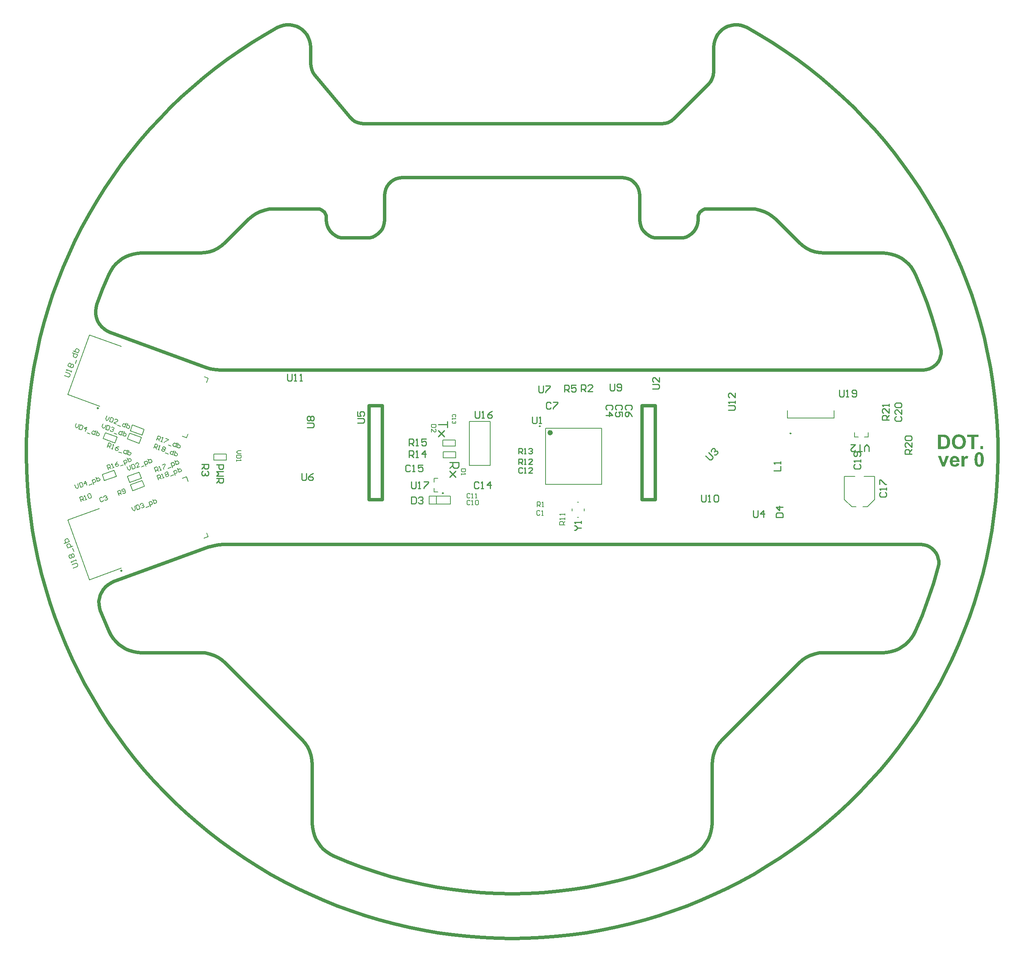
<source format=gto>
G04*
G04 #@! TF.GenerationSoftware,Altium Limited,Altium Designer,18.1.7 (191)*
G04*
G04 Layer_Color=65535*
%FSLAX42Y42*%
%MOMM*%
G71*
G01*
G75*
%ADD10C,0.25*%
%ADD11C,0.60*%
%ADD12C,0.50*%
%ADD13C,0.20*%
%ADD14C,0.15*%
%ADD15C,0.25*%
%ADD16C,0.19*%
%ADD17C,0.18*%
%ADD18C,0.16*%
%ADD19C,0.80*%
G36*
X21369Y10932D02*
X21308D01*
Y10993D01*
X21369D01*
Y10932D01*
D02*
G37*
G36*
X21267Y11198D02*
X21172D01*
Y10932D01*
X21107D01*
Y11198D01*
X21013D01*
Y11252D01*
X21267D01*
Y11198D01*
D02*
G37*
G36*
X20496Y11251D02*
X20504Y11251D01*
X20514Y11251D01*
X20524Y11249D01*
X20534Y11248D01*
X20543Y11245D01*
X20543D01*
X20544Y11245D01*
X20546Y11245D01*
X20547Y11244D01*
X20553Y11242D01*
X20559Y11239D01*
X20567Y11234D01*
X20575Y11229D01*
X20583Y11223D01*
X20591Y11216D01*
X20591D01*
X20592Y11215D01*
X20594Y11212D01*
X20598Y11208D01*
X20602Y11201D01*
X20607Y11194D01*
X20612Y11185D01*
X20617Y11175D01*
X20621Y11164D01*
Y11164D01*
X20622Y11163D01*
X20622Y11161D01*
X20623Y11158D01*
X20624Y11156D01*
X20625Y11152D01*
X20626Y11148D01*
X20627Y11143D01*
X20628Y11138D01*
X20629Y11132D01*
X20630Y11126D01*
X20630Y11119D01*
X20632Y11105D01*
X20632Y11089D01*
Y11088D01*
Y11087D01*
Y11085D01*
Y11082D01*
X20632Y11078D01*
Y11075D01*
X20631Y11070D01*
X20631Y11065D01*
X20630Y11054D01*
X20628Y11043D01*
X20625Y11032D01*
X20622Y11021D01*
Y11020D01*
X20621Y11019D01*
X20621Y11017D01*
X20620Y11015D01*
X20619Y11012D01*
X20617Y11009D01*
X20613Y11000D01*
X20608Y10991D01*
X20602Y10982D01*
X20596Y10972D01*
X20588Y10964D01*
X20587Y10963D01*
X20584Y10961D01*
X20581Y10958D01*
X20576Y10954D01*
X20569Y10950D01*
X20562Y10946D01*
X20552Y10942D01*
X20542Y10938D01*
X20542D01*
X20541Y10938D01*
X20540D01*
X20539Y10937D01*
X20534Y10936D01*
X20527Y10935D01*
X20519Y10934D01*
X20509Y10933D01*
X20498Y10932D01*
X20485Y10932D01*
X20364D01*
Y11252D01*
X20492D01*
X20496Y11251D01*
D02*
G37*
G36*
X20835Y11257D02*
X20840D01*
X20846Y11257D01*
X20853Y11256D01*
X20861Y11254D01*
X20869Y11252D01*
X20878Y11250D01*
X20887Y11247D01*
X20896Y11244D01*
X20906Y11239D01*
X20915Y11234D01*
X20925Y11228D01*
X20933Y11221D01*
X20942Y11214D01*
X20942Y11213D01*
X20944Y11212D01*
X20946Y11209D01*
X20948Y11206D01*
X20951Y11201D01*
X20955Y11195D01*
X20959Y11189D01*
X20963Y11182D01*
X20967Y11174D01*
X20971Y11164D01*
X20975Y11154D01*
X20978Y11144D01*
X20981Y11132D01*
X20982Y11119D01*
X20984Y11106D01*
X20984Y11091D01*
Y11090D01*
Y11088D01*
X20984Y11084D01*
Y11078D01*
X20983Y11072D01*
X20982Y11065D01*
X20981Y11056D01*
X20979Y11047D01*
X20977Y11037D01*
X20974Y11027D01*
X20970Y11017D01*
X20966Y11007D01*
X20962Y10997D01*
X20956Y10987D01*
X20949Y10978D01*
X20942Y10969D01*
X20941Y10969D01*
X20940Y10967D01*
X20938Y10965D01*
X20934Y10962D01*
X20930Y10959D01*
X20925Y10955D01*
X20919Y10952D01*
X20912Y10947D01*
X20904Y10943D01*
X20896Y10940D01*
X20887Y10936D01*
X20876Y10933D01*
X20866Y10930D01*
X20854Y10928D01*
X20842Y10926D01*
X20829Y10926D01*
X20826D01*
X20822Y10926D01*
X20818Y10927D01*
X20812Y10927D01*
X20805Y10928D01*
X20797Y10929D01*
X20789Y10931D01*
X20779Y10934D01*
X20770Y10936D01*
X20761Y10940D01*
X20751Y10944D01*
X20742Y10949D01*
X20733Y10955D01*
X20724Y10961D01*
X20716Y10969D01*
X20715Y10970D01*
X20714Y10971D01*
X20712Y10974D01*
X20709Y10977D01*
X20706Y10982D01*
X20702Y10987D01*
X20699Y10993D01*
X20695Y11001D01*
X20691Y11009D01*
X20687Y11018D01*
X20683Y11027D01*
X20680Y11038D01*
X20677Y11050D01*
X20676Y11062D01*
X20674Y11076D01*
X20674Y11089D01*
Y11090D01*
Y11092D01*
Y11094D01*
X20674Y11098D01*
Y11102D01*
X20675Y11107D01*
X20675Y11112D01*
X20676Y11118D01*
X20677Y11131D01*
X20680Y11145D01*
X20683Y11159D01*
X20688Y11172D01*
Y11172D01*
X20689Y11173D01*
X20689Y11174D01*
X20690Y11176D01*
X20693Y11181D01*
X20696Y11187D01*
X20700Y11194D01*
X20705Y11201D01*
X20711Y11208D01*
X20718Y11216D01*
X20718Y11216D01*
X20719Y11217D01*
X20721Y11219D01*
X20725Y11223D01*
X20730Y11227D01*
X20736Y11232D01*
X20743Y11237D01*
X20751Y11241D01*
X20759Y11245D01*
X20760D01*
X20761Y11245D01*
X20763Y11246D01*
X20765Y11247D01*
X20768Y11248D01*
X20771Y11249D01*
X20775Y11250D01*
X20779Y11251D01*
X20789Y11254D01*
X20801Y11256D01*
X20814Y11257D01*
X20828Y11258D01*
X20832D01*
X20835Y11257D01*
D02*
G37*
G36*
X21007Y10776D02*
X21012Y10776D01*
X21019Y10774D01*
X21025Y10772D01*
X21032Y10769D01*
X21040Y10765D01*
X21020Y10712D01*
X21020Y10712D01*
X21018Y10713D01*
X21015Y10715D01*
X21011Y10717D01*
X21006Y10719D01*
X21002Y10720D01*
X20997Y10721D01*
X20992Y10722D01*
X20990D01*
X20987Y10721D01*
X20984Y10721D01*
X20981Y10720D01*
X20977Y10719D01*
X20974Y10717D01*
X20970Y10714D01*
X20969Y10714D01*
X20969Y10713D01*
X20967Y10711D01*
X20965Y10708D01*
X20963Y10705D01*
X20960Y10701D01*
X20958Y10695D01*
X20956Y10689D01*
Y10688D01*
X20956Y10686D01*
X20955Y10685D01*
Y10683D01*
X20955Y10680D01*
X20954Y10676D01*
X20954Y10672D01*
X20953Y10667D01*
X20953Y10661D01*
X20952Y10655D01*
Y10648D01*
X20952Y10640D01*
X20951Y10631D01*
Y10621D01*
Y10611D01*
Y10540D01*
X20890D01*
Y10772D01*
X20947D01*
Y10739D01*
X20947Y10739D01*
X20949Y10742D01*
X20952Y10746D01*
X20956Y10751D01*
X20959Y10757D01*
X20964Y10762D01*
X20968Y10766D01*
X20973Y10770D01*
X20973Y10770D01*
X20975Y10771D01*
X20977Y10772D01*
X20981Y10773D01*
X20984Y10775D01*
X20989Y10776D01*
X20994Y10776D01*
X20999Y10777D01*
X21003D01*
X21007Y10776D01*
D02*
G37*
G36*
X20513Y10540D02*
X20458D01*
X20364Y10772D01*
X20428D01*
X20472Y10653D01*
X20485Y10614D01*
X20485Y10614D01*
X20486Y10616D01*
X20487Y10619D01*
X20488Y10621D01*
X20490Y10628D01*
X20491Y10631D01*
X20491Y10633D01*
Y10634D01*
X20492Y10635D01*
X20492Y10637D01*
X20493Y10639D01*
X20495Y10646D01*
X20498Y10653D01*
X20542Y10772D01*
X20605D01*
X20513Y10540D01*
D02*
G37*
G36*
X20740Y10776D02*
X20745Y10776D01*
X20750Y10775D01*
X20755Y10774D01*
X20761Y10773D01*
X20768Y10771D01*
X20774Y10769D01*
X20781Y10766D01*
X20788Y10762D01*
X20795Y10758D01*
X20801Y10754D01*
X20807Y10748D01*
X20813Y10742D01*
X20814Y10742D01*
X20814Y10741D01*
X20816Y10739D01*
X20818Y10736D01*
X20820Y10732D01*
X20822Y10728D01*
X20825Y10722D01*
X20828Y10716D01*
X20831Y10709D01*
X20833Y10701D01*
X20836Y10693D01*
X20838Y10683D01*
X20840Y10673D01*
X20841Y10662D01*
X20842Y10651D01*
Y10638D01*
X20689D01*
Y10637D01*
Y10636D01*
Y10635D01*
X20689Y10633D01*
X20689Y10628D01*
X20690Y10622D01*
X20692Y10615D01*
X20695Y10608D01*
X20698Y10601D01*
X20703Y10595D01*
X20703Y10595D01*
X20706Y10593D01*
X20708Y10590D01*
X20713Y10588D01*
X20718Y10585D01*
X20724Y10583D01*
X20731Y10581D01*
X20739Y10580D01*
X20741D01*
X20744Y10581D01*
X20747Y10581D01*
X20751Y10582D01*
X20755Y10583D01*
X20759Y10585D01*
X20763Y10588D01*
X20763Y10589D01*
X20764Y10589D01*
X20766Y10591D01*
X20768Y10594D01*
X20771Y10598D01*
X20773Y10602D01*
X20776Y10608D01*
X20778Y10614D01*
X20839Y10603D01*
Y10603D01*
X20839Y10602D01*
X20838Y10600D01*
X20837Y10598D01*
X20835Y10595D01*
X20834Y10592D01*
X20830Y10584D01*
X20825Y10576D01*
X20818Y10567D01*
X20810Y10559D01*
X20801Y10552D01*
X20801D01*
X20801Y10551D01*
X20799Y10551D01*
X20797Y10549D01*
X20795Y10548D01*
X20791Y10546D01*
X20788Y10545D01*
X20784Y10543D01*
X20775Y10540D01*
X20764Y10537D01*
X20751Y10535D01*
X20738Y10534D01*
X20735D01*
X20733Y10535D01*
X20728D01*
X20723Y10536D01*
X20717Y10537D01*
X20711Y10538D01*
X20704Y10540D01*
X20697Y10541D01*
X20689Y10544D01*
X20682Y10547D01*
X20675Y10551D01*
X20667Y10556D01*
X20660Y10561D01*
X20654Y10567D01*
X20648Y10574D01*
X20648Y10574D01*
X20647Y10575D01*
X20646Y10577D01*
X20645Y10579D01*
X20643Y10583D01*
X20641Y10586D01*
X20639Y10590D01*
X20637Y10596D01*
X20635Y10601D01*
X20633Y10607D01*
X20631Y10614D01*
X20629Y10621D01*
X20628Y10628D01*
X20627Y10636D01*
X20626Y10645D01*
X20626Y10654D01*
Y10654D01*
Y10656D01*
Y10659D01*
X20626Y10664D01*
X20627Y10668D01*
X20627Y10674D01*
X20628Y10680D01*
X20629Y10687D01*
X20633Y10701D01*
X20635Y10708D01*
X20638Y10716D01*
X20642Y10724D01*
X20646Y10731D01*
X20651Y10738D01*
X20656Y10744D01*
X20656Y10745D01*
X20657Y10745D01*
X20659Y10747D01*
X20661Y10749D01*
X20664Y10751D01*
X20668Y10754D01*
X20672Y10757D01*
X20677Y10761D01*
X20682Y10764D01*
X20688Y10767D01*
X20694Y10770D01*
X20701Y10772D01*
X20708Y10774D01*
X20715Y10776D01*
X20723Y10776D01*
X20732Y10777D01*
X20737D01*
X20740Y10776D01*
D02*
G37*
G36*
X21289Y10861D02*
X21293Y10861D01*
X21298Y10860D01*
X21302Y10859D01*
X21308Y10857D01*
X21314Y10856D01*
X21319Y10853D01*
X21325Y10851D01*
X21331Y10848D01*
X21337Y10844D01*
X21343Y10839D01*
X21349Y10834D01*
X21354Y10828D01*
X21355Y10828D01*
X21355Y10826D01*
X21357Y10824D01*
X21359Y10821D01*
X21361Y10816D01*
X21364Y10811D01*
X21367Y10805D01*
X21370Y10797D01*
X21373Y10788D01*
X21376Y10779D01*
X21378Y10768D01*
X21380Y10756D01*
X21383Y10743D01*
X21384Y10729D01*
X21385Y10714D01*
X21386Y10697D01*
Y10697D01*
Y10696D01*
Y10695D01*
Y10693D01*
Y10689D01*
X21385Y10683D01*
X21385Y10675D01*
X21384Y10666D01*
X21383Y10657D01*
X21382Y10647D01*
X21380Y10636D01*
X21378Y10625D01*
X21375Y10614D01*
X21372Y10604D01*
X21369Y10593D01*
X21364Y10583D01*
X21360Y10574D01*
X21354Y10566D01*
X21354Y10566D01*
X21353Y10565D01*
X21351Y10563D01*
X21349Y10561D01*
X21347Y10559D01*
X21343Y10556D01*
X21339Y10553D01*
X21335Y10550D01*
X21330Y10547D01*
X21325Y10544D01*
X21319Y10541D01*
X21312Y10539D01*
X21305Y10537D01*
X21298Y10535D01*
X21290Y10534D01*
X21281Y10533D01*
X21280D01*
X21277Y10534D01*
X21274D01*
X21270Y10534D01*
X21265Y10535D01*
X21260Y10536D01*
X21255Y10538D01*
X21249Y10540D01*
X21243Y10542D01*
X21236Y10545D01*
X21230Y10549D01*
X21224Y10552D01*
X21218Y10558D01*
X21212Y10563D01*
X21206Y10569D01*
X21205Y10570D01*
X21205Y10571D01*
X21203Y10573D01*
X21202Y10576D01*
X21199Y10580D01*
X21197Y10585D01*
X21194Y10592D01*
X21192Y10599D01*
X21189Y10607D01*
X21187Y10616D01*
X21184Y10627D01*
X21182Y10639D01*
X21181Y10652D01*
X21179Y10666D01*
X21178Y10681D01*
X21178Y10698D01*
Y10698D01*
Y10699D01*
Y10700D01*
Y10702D01*
Y10707D01*
X21178Y10713D01*
X21179Y10720D01*
X21180Y10729D01*
X21181Y10738D01*
X21181Y10748D01*
X21183Y10759D01*
X21185Y10770D01*
X21188Y10781D01*
X21191Y10791D01*
X21194Y10801D01*
X21199Y10811D01*
X21203Y10820D01*
X21209Y10828D01*
X21209Y10829D01*
X21210Y10830D01*
X21212Y10832D01*
X21214Y10833D01*
X21216Y10836D01*
X21219Y10839D01*
X21224Y10842D01*
X21228Y10845D01*
X21233Y10848D01*
X21238Y10851D01*
X21244Y10854D01*
X21250Y10857D01*
X21257Y10858D01*
X21265Y10860D01*
X21273Y10861D01*
X21281Y10862D01*
X21286D01*
X21289Y10861D01*
D02*
G37*
%LPC*%
G36*
X20471Y11198D02*
X20429D01*
Y10986D01*
X20486D01*
X20492Y10986D01*
X20498D01*
X20505Y10987D01*
X20511Y10988D01*
X20516Y10989D01*
X20517D01*
X20519Y10990D01*
X20521Y10990D01*
X20525Y10992D01*
X20529Y10994D01*
X20534Y10996D01*
X20538Y10999D01*
X20542Y11002D01*
X20542Y11002D01*
X20544Y11004D01*
X20546Y11006D01*
X20548Y11009D01*
X20550Y11014D01*
X20553Y11019D01*
X20556Y11025D01*
X20559Y11033D01*
Y11033D01*
X20559Y11033D01*
Y11035D01*
X20559Y11037D01*
X20560Y11039D01*
X20561Y11041D01*
X20562Y11048D01*
X20563Y11057D01*
X20565Y11066D01*
X20565Y11078D01*
X20565Y11091D01*
Y11092D01*
Y11093D01*
Y11095D01*
Y11097D01*
Y11101D01*
X20565Y11104D01*
X20565Y11112D01*
X20564Y11121D01*
X20563Y11131D01*
X20561Y11140D01*
X20559Y11148D01*
Y11149D01*
X20558Y11149D01*
X20557Y11152D01*
X20556Y11155D01*
X20554Y11160D01*
X20551Y11164D01*
X20548Y11170D01*
X20544Y11175D01*
X20540Y11179D01*
X20540Y11180D01*
X20538Y11181D01*
X20535Y11183D01*
X20532Y11185D01*
X20528Y11188D01*
X20522Y11190D01*
X20517Y11193D01*
X20510Y11195D01*
X20510D01*
X20508Y11195D01*
X20504Y11195D01*
X20499Y11196D01*
X20496D01*
X20491Y11197D01*
X20487D01*
X20483Y11197D01*
X20477D01*
X20471Y11198D01*
D02*
G37*
G36*
X20829Y11203D02*
X20826D01*
X20823Y11202D01*
X20819Y11202D01*
X20815Y11201D01*
X20806Y11200D01*
X20796Y11196D01*
X20790Y11194D01*
X20785Y11191D01*
X20780Y11188D01*
X20774Y11184D01*
X20769Y11180D01*
X20764Y11175D01*
X20764Y11175D01*
X20764Y11174D01*
X20762Y11172D01*
X20761Y11170D01*
X20759Y11167D01*
X20757Y11164D01*
X20755Y11159D01*
X20752Y11154D01*
X20750Y11149D01*
X20748Y11143D01*
X20746Y11136D01*
X20744Y11128D01*
X20743Y11120D01*
X20741Y11111D01*
X20741Y11102D01*
X20740Y11092D01*
Y11091D01*
Y11089D01*
Y11087D01*
X20741Y11083D01*
X20741Y11078D01*
X20742Y11073D01*
X20743Y11067D01*
X20744Y11061D01*
X20746Y11047D01*
X20751Y11034D01*
X20754Y11027D01*
X20757Y11021D01*
X20761Y11015D01*
X20765Y11009D01*
X20766Y11009D01*
X20767Y11008D01*
X20768Y11006D01*
X20770Y11005D01*
X20772Y11002D01*
X20776Y11000D01*
X20779Y10997D01*
X20783Y10995D01*
X20792Y10990D01*
X20803Y10985D01*
X20809Y10984D01*
X20815Y10982D01*
X20822Y10981D01*
X20829Y10981D01*
X20833D01*
X20836Y10981D01*
X20839Y10982D01*
X20843Y10982D01*
X20851Y10984D01*
X20862Y10988D01*
X20867Y10990D01*
X20872Y10992D01*
X20877Y10996D01*
X20883Y10999D01*
X20888Y11003D01*
X20893Y11009D01*
X20893Y11009D01*
X20894Y11010D01*
X20895Y11011D01*
X20896Y11014D01*
X20899Y11017D01*
X20901Y11021D01*
X20903Y11025D01*
X20905Y11030D01*
X20907Y11035D01*
X20910Y11041D01*
X20912Y11048D01*
X20914Y11056D01*
X20915Y11064D01*
X20917Y11073D01*
X20917Y11083D01*
X20918Y11093D01*
Y11093D01*
Y11095D01*
Y11098D01*
X20917Y11102D01*
X20917Y11107D01*
X20916Y11112D01*
X20916Y11118D01*
X20914Y11124D01*
X20912Y11137D01*
X20907Y11151D01*
X20905Y11158D01*
X20901Y11164D01*
X20897Y11170D01*
X20893Y11176D01*
X20893Y11176D01*
X20892Y11177D01*
X20891Y11178D01*
X20889Y11180D01*
X20886Y11182D01*
X20883Y11184D01*
X20880Y11187D01*
X20876Y11189D01*
X20872Y11192D01*
X20867Y11194D01*
X20856Y11199D01*
X20850Y11201D01*
X20844Y11201D01*
X20837Y11202D01*
X20829Y11203D01*
D02*
G37*
G36*
X20735Y10730D02*
X20732D01*
X20728Y10729D01*
X20724Y10728D01*
X20719Y10726D01*
X20713Y10724D01*
X20708Y10720D01*
X20702Y10715D01*
X20702Y10714D01*
X20701Y10712D01*
X20698Y10709D01*
X20696Y10704D01*
X20693Y10699D01*
X20691Y10692D01*
X20690Y10684D01*
X20689Y10675D01*
X20781D01*
Y10676D01*
Y10677D01*
Y10677D01*
X20781Y10679D01*
X20780Y10684D01*
X20779Y10690D01*
X20777Y10696D01*
X20775Y10703D01*
X20771Y10710D01*
X20767Y10715D01*
X20767Y10716D01*
X20765Y10718D01*
X20762Y10720D01*
X20758Y10723D01*
X20754Y10725D01*
X20748Y10727D01*
X20742Y10729D01*
X20735Y10730D01*
D02*
G37*
G36*
X21281Y10811D02*
X21280D01*
X21277Y10810D01*
X21275Y10810D01*
X21272Y10809D01*
X21268Y10807D01*
X21265Y10806D01*
X21261Y10803D01*
X21261Y10803D01*
X21260Y10802D01*
X21259Y10800D01*
X21257Y10798D01*
X21255Y10794D01*
X21253Y10790D01*
X21250Y10784D01*
X21249Y10778D01*
Y10777D01*
X21248Y10777D01*
Y10775D01*
X21248Y10773D01*
X21247Y10770D01*
X21247Y10767D01*
X21246Y10764D01*
X21246Y10759D01*
X21245Y10753D01*
X21244Y10748D01*
X21244Y10741D01*
X21243Y10734D01*
X21243Y10726D01*
Y10717D01*
X21243Y10708D01*
Y10697D01*
Y10697D01*
Y10695D01*
Y10692D01*
Y10688D01*
Y10683D01*
X21243Y10678D01*
Y10672D01*
X21243Y10666D01*
X21244Y10653D01*
X21245Y10640D01*
X21245Y10634D01*
X21246Y10629D01*
X21247Y10624D01*
X21248Y10619D01*
X21249Y10618D01*
X21249Y10616D01*
X21250Y10612D01*
X21252Y10608D01*
X21254Y10603D01*
X21256Y10599D01*
X21259Y10595D01*
X21262Y10591D01*
X21262Y10591D01*
X21263Y10590D01*
X21265Y10589D01*
X21268Y10588D01*
X21270Y10587D01*
X21274Y10585D01*
X21277Y10585D01*
X21281Y10584D01*
X21283D01*
X21286Y10585D01*
X21288Y10585D01*
X21291Y10586D01*
X21294Y10587D01*
X21298Y10589D01*
X21301Y10591D01*
X21301Y10592D01*
X21302Y10593D01*
X21304Y10595D01*
X21306Y10597D01*
X21308Y10601D01*
X21310Y10605D01*
X21312Y10610D01*
X21314Y10617D01*
Y10617D01*
X21315Y10618D01*
Y10620D01*
X21315Y10621D01*
X21316Y10624D01*
X21316Y10627D01*
X21317Y10631D01*
X21317Y10636D01*
X21318Y10641D01*
X21319Y10647D01*
X21319Y10653D01*
X21320Y10661D01*
X21320Y10669D01*
Y10677D01*
X21321Y10687D01*
Y10697D01*
Y10698D01*
Y10700D01*
Y10703D01*
Y10707D01*
Y10711D01*
X21320Y10716D01*
Y10722D01*
X21320Y10728D01*
X21319Y10741D01*
X21318Y10754D01*
X21317Y10760D01*
X21317Y10766D01*
X21316Y10771D01*
X21315Y10775D01*
Y10776D01*
X21314Y10776D01*
X21314Y10778D01*
X21312Y10782D01*
X21311Y10787D01*
X21309Y10791D01*
X21306Y10796D01*
X21304Y10800D01*
X21301Y10803D01*
X21300Y10804D01*
X21299Y10805D01*
X21298Y10806D01*
X21295Y10807D01*
X21292Y10808D01*
X21289Y10810D01*
X21286Y10810D01*
X21281Y10811D01*
D02*
G37*
%LPD*%
D10*
X17080Y11278D02*
G03*
X17080Y11278I-12J0D01*
G01*
X9317Y9945D02*
G03*
X9317Y9945I-12J0D01*
G01*
X11482Y11440D02*
G03*
X11482Y11440I-12J0D01*
G01*
D11*
X11730Y11295D02*
G03*
X11730Y11295I-30J0D01*
G01*
D12*
X1603Y11846D02*
D03*
X2120Y8214D02*
D03*
D13*
X18270Y10320D02*
X18510D01*
X18270Y9805D02*
Y10320D01*
Y9805D02*
X18435Y9640D01*
X18535D01*
X18685D02*
X18785D01*
X18950Y9805D01*
Y10320D01*
X18710D02*
X18950D01*
X18040Y11623D02*
Y11793D01*
X17000Y11623D02*
X18040D01*
X17000D02*
Y11793D01*
X2307Y10184D02*
X2570Y10280D01*
X2260Y10315D02*
X2523Y10411D01*
X2570Y10280D01*
X2260Y10315D02*
X2307Y10184D01*
X2260Y11153D02*
X2523Y11057D01*
X2307Y11285D02*
X2570Y11189D01*
X2523Y11057D02*
X2570Y11189D01*
X2260Y11153D02*
X2307Y11285D01*
X1717Y11162D02*
X1980Y11066D01*
X1765Y11294D02*
X2028Y11198D01*
X1980Y11066D02*
X2028Y11198D01*
X1717Y11162D02*
X1765Y11294D01*
X2324Y11337D02*
X2587Y11241D01*
X2372Y11468D02*
X2635Y11372D01*
X2587Y11241D02*
X2635Y11372D01*
X2324Y11337D02*
X2372Y11468D01*
X2374Y10001D02*
X2637Y10097D01*
X2326Y10133D02*
X2589Y10228D01*
X2637Y10097D01*
X2326Y10133D02*
X2374Y10001D01*
X930Y12144D02*
X1639Y11886D01*
X930Y12144D02*
X1415Y13478D01*
X2125Y13220D01*
X3488Y11213D02*
X3579Y11180D01*
X3611Y11266D01*
X4030Y12418D02*
X4065Y12514D01*
X3974Y12547D02*
X4065Y12514D01*
X9105Y9970D02*
X9195D01*
X9105D02*
Y10055D01*
Y10280D02*
X9195D01*
X9105Y10195D02*
Y10280D01*
X9585Y10993D02*
Y11132D01*
X9305Y10993D02*
Y11132D01*
Y10993D02*
X9585D01*
X9305Y11132D02*
X9585D01*
X9590Y10730D02*
Y10870D01*
X9310Y10730D02*
Y10870D01*
Y10730D02*
X9590D01*
X9310Y10870D02*
X9590D01*
X1700Y10357D02*
X1747Y10226D01*
X1963Y10453D02*
X2010Y10321D01*
X1700Y10357D02*
X1963Y10453D01*
X1747Y10226D02*
X2010Y10321D01*
X3484Y10275D02*
X3576Y10309D01*
X3611Y10212D01*
X4030Y9061D02*
X4062Y8974D01*
X3970Y8941D02*
X4062Y8974D01*
X926Y9344D02*
X1636Y9602D01*
X926Y9344D02*
X1412Y8010D01*
X2121Y8268D01*
X9899Y10563D02*
X10362D01*
X9899D02*
Y11543D01*
X10362D01*
Y10563D02*
Y11543D01*
X4467Y10822D02*
X4467Y10682D01*
X4187Y10682D02*
Y10822D01*
Y10682D02*
X4467Y10682D01*
X4187Y10822D02*
X4467D01*
X9160Y9700D02*
Y9880D01*
X9000D02*
X9470D01*
X9000D02*
X9000Y9700D01*
X9470D01*
Y9880D01*
X11600Y10145D02*
Y11395D01*
X12850Y10145D02*
Y11395D01*
X11600D02*
X12850D01*
X11600Y10145D02*
X12850D01*
X12032Y9232D02*
X11913D01*
Y9292D01*
X11933Y9312D01*
X11973D01*
X11993Y9292D01*
Y9232D01*
Y9272D02*
X12032Y9312D01*
Y9352D02*
Y9392D01*
Y9372D01*
X11913D01*
X11933Y9352D01*
X12032Y9452D02*
Y9492D01*
Y9472D01*
X11913D01*
X11933Y9452D01*
X11410Y9640D02*
Y9750D01*
X11465D01*
X11483Y9732D01*
Y9695D01*
X11465Y9677D01*
X11410D01*
X11447D02*
X11483Y9640D01*
X11520D02*
X11557D01*
X11538D01*
Y9750D01*
X11520Y9732D01*
X11474Y9542D02*
X11455Y9560D01*
X11419D01*
X11400Y9542D01*
Y9469D01*
X11419Y9450D01*
X11455D01*
X11474Y9469D01*
X11510Y9450D02*
X11547D01*
X11529D01*
Y9560D01*
X11510Y9542D01*
D14*
X12313Y9745D02*
X12338D01*
X12190Y9547D02*
Y9603D01*
X12460Y9547D02*
Y9603D01*
X12313Y9405D02*
X12338D01*
X18498Y11200D02*
X18584D01*
X18716D02*
X18802D01*
X18498D02*
Y11300D01*
X18802Y11200D02*
Y11300D01*
D15*
X11449Y12345D02*
Y12218D01*
X11474Y12192D01*
X11525D01*
X11550Y12218D01*
Y12345D01*
X11601D02*
X11703D01*
Y12319D01*
X11601Y12218D01*
Y12192D01*
X13039Y12383D02*
Y12256D01*
X13065Y12231D01*
X13116D01*
X13141Y12256D01*
Y12383D01*
X13192Y12256D02*
X13217Y12231D01*
X13268D01*
X13293Y12256D01*
Y12358D01*
X13268Y12383D01*
X13217D01*
X13192Y12358D01*
Y12332D01*
X13217Y12307D01*
X13293D01*
X4253Y10578D02*
X4405D01*
Y10501D01*
X4379Y10476D01*
X4329D01*
X4303Y10501D01*
Y10578D01*
X4405Y10425D02*
X4253D01*
X4303Y10374D01*
X4253Y10324D01*
X4405D01*
X4253Y10273D02*
X4405D01*
Y10197D01*
X4379Y10171D01*
X4329D01*
X4303Y10197D01*
Y10273D01*
Y10222D02*
X4253Y10171D01*
X9405Y11543D02*
Y11409D01*
Y11476D01*
X9205D01*
X9338Y11343D02*
X9205Y11209D01*
X9271Y11276D01*
X9338Y11209D01*
X9205Y11343D01*
X9460Y10635D02*
X9660D01*
Y10535D01*
X9627Y10502D01*
X9560D01*
X9527Y10535D01*
Y10635D01*
Y10568D02*
X9460Y10502D01*
X9593Y10435D02*
X9460Y10302D01*
X9527Y10368D01*
X9593Y10302D01*
X9460Y10435D01*
X15170Y10780D02*
X15260Y10690D01*
X15295D01*
X15331Y10726D01*
Y10762D01*
X15242Y10852D01*
X15295Y10870D02*
Y10906D01*
X15331Y10942D01*
X15367D01*
X15385Y10924D01*
Y10888D01*
X15367Y10870D01*
X15385Y10888D01*
X15421D01*
X15439Y10870D01*
Y10834D01*
X15403Y10798D01*
X15367D01*
X7400Y11510D02*
X7527D01*
X7553Y11535D01*
Y11586D01*
X7527Y11612D01*
X7400D01*
Y11764D02*
Y11662D01*
X7476D01*
X7451Y11713D01*
Y11739D01*
X7476Y11764D01*
X7527D01*
X7553Y11739D01*
Y11688D01*
X7527Y11662D01*
X5830Y12607D02*
Y12480D01*
X5855Y12455D01*
X5906D01*
X5932Y12480D01*
Y12607D01*
X5982Y12455D02*
X6033D01*
X6008D01*
Y12607D01*
X5982Y12582D01*
X6109Y12455D02*
X6160D01*
X6135D01*
Y12607D01*
X6109Y12582D01*
X12025Y12210D02*
Y12362D01*
X12101D01*
X12127Y12337D01*
Y12286D01*
X12101Y12261D01*
X12025D01*
X12076D02*
X12127Y12210D01*
X12279Y12362D02*
X12177D01*
Y12286D01*
X12228Y12312D01*
X12254D01*
X12279Y12286D01*
Y12235D01*
X12254Y12210D01*
X12203D01*
X12177Y12235D01*
X12390Y12215D02*
Y12367D01*
X12466D01*
X12492Y12342D01*
Y12291D01*
X12466Y12266D01*
X12390D01*
X12441D02*
X12492Y12215D01*
X12644D02*
X12542D01*
X12644Y12317D01*
Y12342D01*
X12619Y12367D01*
X12568D01*
X12542Y12342D01*
X15678Y11803D02*
X15805D01*
X15830Y11828D01*
Y11879D01*
X15805Y11904D01*
X15678D01*
X15830Y11955D02*
Y12006D01*
Y11980D01*
X15678D01*
X15703Y11955D01*
X15830Y12183D02*
Y12082D01*
X15728Y12183D01*
X15703D01*
X15678Y12158D01*
Y12107D01*
X15703Y12082D01*
X15080Y9907D02*
Y9780D01*
X15105Y9755D01*
X15156D01*
X15182Y9780D01*
Y9907D01*
X15232Y9755D02*
X15283D01*
X15258D01*
Y9907D01*
X15232Y9882D01*
X15359D02*
X15385Y9907D01*
X15435D01*
X15461Y9882D01*
Y9780D01*
X15435Y9755D01*
X15385D01*
X15359Y9780D01*
Y9882D01*
X6275Y11412D02*
X6402D01*
X6428Y11438D01*
Y11489D01*
X6402Y11514D01*
X6275D01*
X6301Y11565D02*
X6275Y11590D01*
Y11641D01*
X6301Y11666D01*
X6326D01*
X6351Y11641D01*
X6377Y11666D01*
X6402D01*
X6428Y11641D01*
Y11590D01*
X6402Y11565D01*
X6377D01*
X6351Y11590D01*
X6326Y11565D01*
X6301D01*
X6351Y11590D02*
Y11641D01*
X6150Y10390D02*
Y10263D01*
X6175Y10238D01*
X6226D01*
X6252Y10263D01*
Y10390D01*
X6404D02*
X6353Y10364D01*
X6302Y10314D01*
Y10263D01*
X6328Y10238D01*
X6379D01*
X6404Y10263D01*
Y10288D01*
X6379Y10314D01*
X6302D01*
X16240Y9557D02*
Y9430D01*
X16265Y9405D01*
X16316D01*
X16342Y9430D01*
Y9557D01*
X16469Y9405D02*
Y9557D01*
X16392Y9481D01*
X16494D01*
X18820Y10878D02*
Y10979D01*
X18769Y11030D01*
X18718Y10979D01*
Y10878D01*
X18668D02*
X18566D01*
X18617D01*
Y11030D01*
X18414D02*
X18515D01*
X18414Y10928D01*
Y10903D01*
X18439Y10878D01*
X18490D01*
X18515Y10903D01*
X18157Y12250D02*
Y12123D01*
X18183Y12097D01*
X18234D01*
X18259Y12123D01*
Y12250D01*
X18310Y12097D02*
X18361D01*
X18335D01*
Y12250D01*
X18310Y12224D01*
X18437Y12123D02*
X18462Y12097D01*
X18513D01*
X18538Y12123D01*
Y12224D01*
X18513Y12250D01*
X18462D01*
X18437Y12224D01*
Y12199D01*
X18462Y12174D01*
X18538D01*
X19265Y11582D02*
X19113D01*
Y11659D01*
X19138Y11684D01*
X19189D01*
X19214Y11659D01*
Y11582D01*
Y11633D02*
X19265Y11684D01*
Y11836D02*
Y11735D01*
X19163Y11836D01*
X19138D01*
X19113Y11811D01*
Y11760D01*
X19138Y11735D01*
X19265Y11887D02*
Y11938D01*
Y11913D01*
X19113D01*
X19138Y11887D01*
X19775Y10820D02*
X19623D01*
Y10896D01*
X19648Y10922D01*
X19699D01*
X19724Y10896D01*
Y10820D01*
Y10871D02*
X19775Y10922D01*
Y11074D02*
Y10972D01*
X19673Y11074D01*
X19648D01*
X19623Y11049D01*
Y10998D01*
X19648Y10972D01*
Y11125D02*
X19623Y11150D01*
Y11201D01*
X19648Y11226D01*
X19750D01*
X19775Y11201D01*
Y11150D01*
X19750Y11125D01*
X19648D01*
X16695Y10447D02*
X16848D01*
Y10549D01*
Y10600D02*
Y10651D01*
Y10625D01*
X16695D01*
X16721Y10600D01*
X16748Y9407D02*
X16900D01*
Y9484D01*
X16875Y9509D01*
X16773D01*
X16748Y9484D01*
Y9407D01*
X16900Y9636D02*
X16748D01*
X16824Y9560D01*
Y9661D01*
X19426Y11659D02*
X19400Y11634D01*
Y11583D01*
X19426Y11557D01*
X19527D01*
X19552Y11583D01*
Y11634D01*
X19527Y11659D01*
X19552Y11811D02*
Y11710D01*
X19451Y11811D01*
X19426D01*
X19400Y11786D01*
Y11735D01*
X19426Y11710D01*
Y11862D02*
X19400Y11888D01*
Y11938D01*
X19426Y11964D01*
X19527D01*
X19552Y11938D01*
Y11888D01*
X19527Y11862D01*
X19426D01*
X18506Y10587D02*
X18480Y10561D01*
Y10510D01*
X18506Y10485D01*
X18607D01*
X18632Y10510D01*
Y10561D01*
X18607Y10587D01*
X18632Y10637D02*
Y10688D01*
Y10663D01*
X18480D01*
X18506Y10637D01*
X18607Y10764D02*
X18632Y10790D01*
Y10840D01*
X18607Y10866D01*
X18506D01*
X18480Y10840D01*
Y10790D01*
X18506Y10764D01*
X18531D01*
X18556Y10790D01*
Y10866D01*
X19086Y9964D02*
X19060Y9939D01*
Y9888D01*
X19086Y9862D01*
X19187D01*
X19212Y9888D01*
Y9939D01*
X19187Y9964D01*
X19212Y10015D02*
Y10066D01*
Y10040D01*
X19060D01*
X19086Y10015D01*
X19060Y10142D02*
Y10243D01*
X19086D01*
X19187Y10142D01*
X19212D01*
X3920Y10590D02*
X4072D01*
Y10514D01*
X4047Y10488D01*
X3996D01*
X3971Y10514D01*
Y10590D01*
Y10539D02*
X3920Y10488D01*
X4047Y10438D02*
X4072Y10412D01*
Y10361D01*
X4047Y10336D01*
X4022D01*
X3996Y10361D01*
Y10387D01*
Y10361D01*
X3971Y10336D01*
X3945D01*
X3920Y10361D01*
Y10412D01*
X3945Y10438D01*
X10020Y11777D02*
Y11650D01*
X10045Y11625D01*
X10096D01*
X10122Y11650D01*
Y11777D01*
X10172Y11625D02*
X10223D01*
X10198D01*
Y11777D01*
X10172Y11752D01*
X10401Y11777D02*
X10350Y11752D01*
X10299Y11701D01*
Y11650D01*
X10325Y11625D01*
X10376D01*
X10401Y11650D01*
Y11676D01*
X10376Y11701D01*
X10299D01*
X12243Y9115D02*
X12268D01*
X12319Y9166D01*
X12268Y9217D01*
X12243D01*
X12319Y9166D02*
X12395D01*
Y9267D02*
Y9318D01*
Y9293D01*
X12243D01*
X12268Y9267D01*
X8599Y10202D02*
Y10075D01*
X8625Y10050D01*
X8676D01*
X8701Y10075D01*
Y10202D01*
X8752Y10050D02*
X8803D01*
X8777D01*
Y10202D01*
X8752Y10177D01*
X8879Y10202D02*
X8980D01*
Y10177D01*
X8879Y10075D01*
Y10050D01*
X11300Y11652D02*
Y11525D01*
X11325Y11500D01*
X11376D01*
X11402Y11525D01*
Y11652D01*
X11452Y11500D02*
X11503D01*
X11478D01*
Y11652D01*
X11452Y11627D01*
X13985Y12278D02*
X14112D01*
X14138Y12303D01*
Y12354D01*
X14112Y12379D01*
X13985D01*
X14138Y12531D02*
Y12430D01*
X14036Y12531D01*
X14011D01*
X13985Y12506D01*
Y12455D01*
X14011Y12430D01*
X8550Y11003D02*
Y11155D01*
X8626D01*
X8652Y11129D01*
Y11079D01*
X8626Y11053D01*
X8550D01*
X8601D02*
X8652Y11003D01*
X8702D02*
X8753D01*
X8728D01*
Y11155D01*
X8702Y11129D01*
X8931Y11155D02*
X8829D01*
Y11079D01*
X8880Y11104D01*
X8906D01*
X8931Y11079D01*
Y11028D01*
X8906Y11003D01*
X8855D01*
X8829Y11028D01*
X8550Y10740D02*
Y10892D01*
X8626D01*
X8652Y10867D01*
Y10816D01*
X8626Y10791D01*
X8550D01*
X8601D02*
X8652Y10740D01*
X8702D02*
X8753D01*
X8728D01*
Y10892D01*
X8702Y10867D01*
X8906Y10740D02*
Y10892D01*
X8829Y10816D01*
X8931D01*
X11000Y10825D02*
Y10945D01*
X11060D01*
X11080Y10925D01*
Y10885D01*
X11060Y10865D01*
X11000D01*
X11040D02*
X11080Y10825D01*
X11120D02*
X11160D01*
X11140D01*
Y10945D01*
X11120Y10925D01*
X11220D02*
X11240Y10945D01*
X11280D01*
X11300Y10925D01*
Y10905D01*
X11280Y10885D01*
X11260D01*
X11280D01*
X11300Y10865D01*
Y10845D01*
X11280Y10825D01*
X11240D01*
X11220Y10845D01*
X11001Y10592D02*
Y10712D01*
X11061D01*
X11081Y10692D01*
Y10652D01*
X11061Y10632D01*
X11001D01*
X11041D02*
X11081Y10592D01*
X11121D02*
X11161D01*
X11141D01*
Y10712D01*
X11121Y10692D01*
X11301Y10592D02*
X11221D01*
X11301Y10672D01*
Y10692D01*
X11281Y10712D01*
X11241D01*
X11221Y10692D01*
X8605Y9862D02*
Y9710D01*
X8681D01*
X8707Y9735D01*
Y9837D01*
X8681Y9862D01*
X8605D01*
X8757Y9837D02*
X8783Y9862D01*
X8834D01*
X8859Y9837D01*
Y9812D01*
X8834Y9786D01*
X8808D01*
X8834D01*
X8859Y9761D01*
Y9735D01*
X8834Y9710D01*
X8783D01*
X8757Y9735D01*
X8577Y10552D02*
X8551Y10577D01*
X8500D01*
X8475Y10552D01*
Y10450D01*
X8500Y10425D01*
X8551D01*
X8577Y10450D01*
X8627Y10425D02*
X8678D01*
X8653D01*
Y10577D01*
X8627Y10552D01*
X8856Y10577D02*
X8754D01*
Y10501D01*
X8805Y10527D01*
X8830D01*
X8856Y10501D01*
Y10450D01*
X8830Y10425D01*
X8780D01*
X8754Y10450D01*
X10109Y10174D02*
X10084Y10200D01*
X10033D01*
X10007Y10174D01*
Y10073D01*
X10033Y10047D01*
X10084D01*
X10109Y10073D01*
X10160Y10047D02*
X10211D01*
X10185D01*
Y10200D01*
X10160Y10174D01*
X10363Y10047D02*
Y10200D01*
X10287Y10124D01*
X10388D01*
X11081Y10495D02*
X11061Y10515D01*
X11021D01*
X11001Y10495D01*
Y10415D01*
X11021Y10395D01*
X11061D01*
X11081Y10415D01*
X11121Y10395D02*
X11161D01*
X11141D01*
Y10515D01*
X11121Y10495D01*
X11301Y10395D02*
X11221D01*
X11301Y10475D01*
Y10495D01*
X11281Y10515D01*
X11241D01*
X11221Y10495D01*
X11714Y11954D02*
X11689Y11980D01*
X11638D01*
X11612Y11954D01*
Y11853D01*
X11638Y11828D01*
X11689D01*
X11714Y11853D01*
X11765Y11980D02*
X11866D01*
Y11954D01*
X11765Y11853D01*
Y11828D01*
X13499Y11808D02*
X13525Y11833D01*
Y11884D01*
X13499Y11909D01*
X13398D01*
X13373Y11884D01*
Y11833D01*
X13398Y11808D01*
X13525Y11655D02*
X13499Y11706D01*
X13449Y11757D01*
X13398D01*
X13373Y11732D01*
Y11681D01*
X13398Y11655D01*
X13423D01*
X13449Y11681D01*
Y11757D01*
X13279Y11808D02*
X13305Y11833D01*
Y11884D01*
X13279Y11909D01*
X13178D01*
X13153Y11884D01*
Y11833D01*
X13178Y11808D01*
X13305Y11655D02*
Y11757D01*
X13229D01*
X13254Y11706D01*
Y11681D01*
X13229Y11655D01*
X13178D01*
X13153Y11681D01*
Y11732D01*
X13178Y11757D01*
X13069Y11806D02*
X13095Y11831D01*
Y11882D01*
X13069Y11907D01*
X12968D01*
X12943Y11882D01*
Y11831D01*
X12968Y11806D01*
X12943Y11679D02*
X13095D01*
X13019Y11755D01*
Y11654D01*
D16*
X1086Y10131D02*
X1109Y10069D01*
X1151Y10049D01*
X1171Y10092D01*
X1148Y10154D01*
X1180Y10166D02*
X1214Y10072D01*
X1261Y10089D01*
X1271Y10110D01*
X1248Y10173D01*
X1227Y10183D01*
X1180Y10166D01*
X1355Y10123D02*
X1321Y10217D01*
X1291Y10153D01*
X1353Y10176D01*
X1408Y10124D02*
X1470Y10147D01*
X1507Y10143D02*
X1473Y10237D01*
X1520Y10254D01*
X1541Y10244D01*
X1553Y10213D01*
X1543Y10191D01*
X1496Y10174D01*
X1556Y10302D02*
X1590Y10208D01*
X1637Y10226D01*
X1647Y10247D01*
X1641Y10263D01*
X1635Y10278D01*
X1614Y10288D01*
X1567Y10271D01*
X1119Y11506D02*
X1096Y11444D01*
X1116Y11401D01*
X1159Y11421D01*
X1182Y11484D01*
X1213Y11472D02*
X1179Y11378D01*
X1226Y11361D01*
X1247Y11371D01*
X1270Y11434D01*
X1260Y11455D01*
X1213Y11472D01*
X1320Y11327D02*
X1354Y11421D01*
X1290Y11391D01*
X1353Y11368D01*
X1361Y11294D02*
X1424Y11271D01*
X1558Y11347D02*
X1523Y11253D01*
X1476Y11270D01*
X1466Y11291D01*
X1478Y11323D01*
X1499Y11333D01*
X1546Y11316D01*
X1589Y11335D02*
X1555Y11242D01*
X1602Y11224D01*
X1623Y11234D01*
X1629Y11250D01*
X1634Y11266D01*
X1624Y11287D01*
X1577Y11304D01*
X1835Y10472D02*
X1801Y10566D01*
X1848Y10584D01*
X1869Y10574D01*
X1881Y10542D01*
X1871Y10521D01*
X1824Y10504D01*
X1855Y10515D02*
X1898Y10495D01*
X1929Y10507D02*
X1960Y10518D01*
X1945Y10512D01*
X1910Y10606D01*
X1900Y10585D01*
X2036Y10652D02*
X2010Y10625D01*
X1990Y10582D01*
X2002Y10551D01*
X2023Y10541D01*
X2054Y10552D01*
X2064Y10574D01*
X2058Y10589D01*
X2037Y10599D01*
X1990Y10582D01*
X2107Y10554D02*
X2169Y10577D01*
X2206Y10572D02*
X2172Y10666D01*
X2219Y10683D01*
X2241Y10673D01*
X2252Y10642D01*
X2242Y10621D01*
X2195Y10604D01*
X2255Y10732D02*
X2289Y10638D01*
X2336Y10655D01*
X2346Y10676D01*
X2340Y10692D01*
X2335Y10708D01*
X2313Y10717D01*
X2266Y10700D01*
X1808Y10975D02*
X1842Y11069D01*
X1889Y11052D01*
X1899Y11030D01*
X1887Y10999D01*
X1866Y10989D01*
X1819Y11006D01*
X1850Y10995D02*
X1870Y10952D01*
X1901Y10941D02*
X1933Y10929D01*
X1917Y10935D01*
X1951Y11029D01*
X1930Y11019D01*
X2077Y10983D02*
X2040Y10979D01*
X1997Y10959D01*
X1985Y10928D01*
X1995Y10907D01*
X2027Y10895D01*
X2048Y10905D01*
X2054Y10921D01*
X2044Y10942D01*
X1997Y10959D01*
X2068Y10862D02*
X2131Y10840D01*
X2264Y10915D02*
X2230Y10821D01*
X2183Y10838D01*
X2173Y10860D01*
X2185Y10891D01*
X2206Y10901D01*
X2253Y10884D01*
X2296Y10904D02*
X2262Y10810D01*
X2309Y10793D01*
X2330Y10803D01*
X2336Y10818D01*
X2341Y10834D01*
X2331Y10855D01*
X2284Y10872D01*
X850Y12574D02*
X944Y12539D01*
X969Y12551D01*
X983Y12589D01*
X971Y12614D01*
X877Y12649D01*
X1004Y12645D02*
X1017Y12683D01*
X1010Y12664D01*
X898Y12705D01*
X910Y12679D01*
X944Y12773D02*
X932Y12799D01*
X946Y12837D01*
X971Y12849D01*
X990Y12842D01*
X1002Y12816D01*
X1027Y12828D01*
X1046Y12821D01*
X1058Y12796D01*
X1045Y12758D01*
X1019Y12746D01*
X1000Y12753D01*
X988Y12778D01*
X963Y12767D01*
X944Y12773D01*
X988Y12778D02*
X1002Y12816D01*
X1098Y12845D02*
X1125Y12920D01*
X1034Y13081D02*
X1147Y13040D01*
X1127Y12983D01*
X1101Y12971D01*
X1063Y12985D01*
X1051Y13011D01*
X1072Y13067D01*
X1048Y13118D02*
X1161Y13077D01*
X1181Y13134D01*
X1169Y13159D01*
X1151Y13166D01*
X1132Y13173D01*
X1106Y13161D01*
X1086Y13105D01*
X2248Y10539D02*
X2271Y10476D01*
X2314Y10456D01*
X2334Y10499D01*
X2311Y10562D01*
X2342Y10573D02*
X2376Y10479D01*
X2423Y10496D01*
X2433Y10518D01*
X2411Y10580D01*
X2389Y10590D01*
X2342Y10573D01*
X2533Y10536D02*
X2470Y10513D01*
X2510Y10599D01*
X2505Y10614D01*
X2483Y10624D01*
X2452Y10613D01*
X2442Y10592D01*
X2570Y10532D02*
X2633Y10555D01*
X2670Y10550D02*
X2635Y10644D01*
X2682Y10661D01*
X2704Y10652D01*
X2715Y10620D01*
X2705Y10599D01*
X2658Y10582D01*
X2718Y10710D02*
X2752Y10616D01*
X2799Y10633D01*
X2809Y10654D01*
X2803Y10670D01*
X2798Y10686D01*
X2776Y10696D01*
X2729Y10679D01*
X1799Y11671D02*
X1776Y11609D01*
X1796Y11566D01*
X1839Y11586D01*
X1862Y11649D01*
X1893Y11637D02*
X1859Y11543D01*
X1906Y11526D01*
X1927Y11536D01*
X1950Y11599D01*
X1940Y11620D01*
X1893Y11637D01*
X2016Y11486D02*
X1953Y11509D01*
X2038Y11549D01*
X2044Y11565D01*
X2034Y11586D01*
X2003Y11597D01*
X1981Y11587D01*
X2041Y11459D02*
X2104Y11436D01*
X2238Y11512D02*
X2203Y11418D01*
X2156Y11435D01*
X2146Y11456D01*
X2158Y11488D01*
X2179Y11498D01*
X2226Y11481D01*
X2269Y11500D02*
X2235Y11407D01*
X2282Y11389D01*
X2303Y11399D01*
X2309Y11415D01*
X2314Y11431D01*
X2304Y11452D01*
X2257Y11469D01*
X2353Y9634D02*
X2376Y9571D01*
X2419Y9551D01*
X2439Y9594D01*
X2416Y9657D01*
X2447Y9668D02*
X2481Y9574D01*
X2528Y9591D01*
X2538Y9613D01*
X2516Y9675D01*
X2494Y9685D01*
X2447Y9668D01*
X2547Y9687D02*
X2557Y9708D01*
X2588Y9719D01*
X2610Y9709D01*
X2615Y9694D01*
X2605Y9672D01*
X2590Y9667D01*
X2605Y9672D01*
X2627Y9662D01*
X2632Y9647D01*
X2622Y9625D01*
X2591Y9614D01*
X2570Y9624D01*
X2675Y9627D02*
X2738Y9650D01*
X2775Y9645D02*
X2740Y9739D01*
X2787Y9756D01*
X2809Y9747D01*
X2820Y9715D01*
X2810Y9694D01*
X2763Y9677D01*
X2823Y9805D02*
X2857Y9711D01*
X2904Y9728D01*
X2914Y9749D01*
X2908Y9765D01*
X2903Y9781D01*
X2881Y9791D01*
X2834Y9774D01*
X1719Y11496D02*
X1696Y11434D01*
X1716Y11391D01*
X1759Y11411D01*
X1782Y11474D01*
X1813Y11462D02*
X1779Y11368D01*
X1826Y11351D01*
X1847Y11361D01*
X1870Y11424D01*
X1860Y11445D01*
X1813Y11462D01*
X1901Y11412D02*
X1923Y11422D01*
X1954Y11411D01*
X1964Y11390D01*
X1958Y11374D01*
X1937Y11364D01*
X1921Y11370D01*
X1937Y11364D01*
X1947Y11343D01*
X1941Y11327D01*
X1920Y11317D01*
X1889Y11328D01*
X1879Y11350D01*
X1961Y11284D02*
X2024Y11261D01*
X2158Y11337D02*
X2123Y11243D01*
X2076Y11260D01*
X2066Y11281D01*
X2078Y11313D01*
X2099Y11323D01*
X2146Y11306D01*
X2189Y11325D02*
X2155Y11232D01*
X2202Y11214D01*
X2223Y11224D01*
X2229Y11240D01*
X2234Y11256D01*
X2224Y11277D01*
X2177Y11294D01*
X1227Y9760D02*
X1193Y9854D01*
X1240Y9871D01*
X1262Y9861D01*
X1273Y9830D01*
X1263Y9808D01*
X1216Y9791D01*
X1247Y9803D02*
X1290Y9783D01*
X1321Y9794D02*
X1353Y9806D01*
X1337Y9800D01*
X1303Y9894D01*
X1293Y9872D01*
X1371Y9901D02*
X1381Y9922D01*
X1412Y9934D01*
X1434Y9924D01*
X1457Y9861D01*
X1447Y9840D01*
X1415Y9828D01*
X1394Y9838D01*
X1371Y9901D01*
X2070Y9897D02*
X2036Y9991D01*
X2083Y10009D01*
X2104Y9999D01*
X2116Y9967D01*
X2106Y9946D01*
X2059Y9929D01*
X2090Y9940D02*
X2133Y9920D01*
X2158Y9947D02*
X2180Y9937D01*
X2211Y9949D01*
X2221Y9970D01*
X2198Y10033D01*
X2177Y10043D01*
X2145Y10031D01*
X2135Y10010D01*
X2141Y9994D01*
X2162Y9984D01*
X2209Y10001D01*
X2898Y10418D02*
X2863Y10511D01*
X2910Y10529D01*
X2932Y10519D01*
X2943Y10487D01*
X2933Y10466D01*
X2886Y10449D01*
X2917Y10460D02*
X2960Y10440D01*
X2991Y10452D02*
X3023Y10463D01*
X3007Y10457D01*
X2973Y10551D01*
X2963Y10530D01*
X3036Y10574D02*
X3098Y10597D01*
X3104Y10581D01*
X3064Y10496D01*
X3070Y10480D01*
X3169Y10499D02*
X3232Y10522D01*
X3269Y10517D02*
X3235Y10611D01*
X3282Y10628D01*
X3303Y10618D01*
X3315Y10587D01*
X3305Y10566D01*
X3258Y10549D01*
X3317Y10677D02*
X3352Y10583D01*
X3399Y10600D01*
X3408Y10621D01*
X3403Y10637D01*
X3397Y10653D01*
X3376Y10662D01*
X3329Y10645D01*
X2910Y11135D02*
X2944Y11229D01*
X2991Y11212D01*
X3001Y11190D01*
X2990Y11159D01*
X2968Y11149D01*
X2921Y11166D01*
X2953Y11155D02*
X2973Y11112D01*
X3004Y11101D02*
X3035Y11089D01*
X3020Y11095D01*
X3054Y11189D01*
X3032Y11179D01*
X3116Y11166D02*
X3179Y11143D01*
X3173Y11128D01*
X3088Y11088D01*
X3082Y11072D01*
X3170Y11022D02*
X3233Y11000D01*
X3367Y11075D02*
X3333Y10981D01*
X3286Y10998D01*
X3276Y11020D01*
X3287Y11051D01*
X3309Y11061D01*
X3356Y11044D01*
X3398Y11064D02*
X3364Y10970D01*
X3411Y10953D01*
X3432Y10963D01*
X3438Y10978D01*
X3444Y10994D01*
X3434Y11015D01*
X3387Y11032D01*
X2955Y10245D02*
X2921Y10339D01*
X2968Y10356D01*
X2989Y10346D01*
X3001Y10315D01*
X2991Y10293D01*
X2944Y10276D01*
X2975Y10288D02*
X3018Y10268D01*
X3049Y10279D02*
X3080Y10291D01*
X3065Y10285D01*
X3030Y10379D01*
X3020Y10357D01*
X3099Y10386D02*
X3109Y10407D01*
X3140Y10419D01*
X3161Y10409D01*
X3167Y10393D01*
X3157Y10372D01*
X3178Y10362D01*
X3184Y10346D01*
X3174Y10325D01*
X3143Y10313D01*
X3122Y10323D01*
X3116Y10339D01*
X3126Y10360D01*
X3104Y10370D01*
X3099Y10386D01*
X3126Y10360D02*
X3157Y10372D01*
X3227Y10326D02*
X3289Y10349D01*
X3326Y10345D02*
X3292Y10439D01*
X3339Y10456D01*
X3361Y10446D01*
X3372Y10415D01*
X3362Y10393D01*
X3315Y10376D01*
X3375Y10504D02*
X3409Y10410D01*
X3456Y10427D01*
X3466Y10449D01*
X3460Y10464D01*
X3455Y10480D01*
X3433Y10490D01*
X3386Y10473D01*
X2848Y10955D02*
X2882Y11049D01*
X2929Y11032D01*
X2939Y11010D01*
X2927Y10979D01*
X2906Y10969D01*
X2859Y10986D01*
X2890Y10975D02*
X2910Y10932D01*
X2941Y10921D02*
X2973Y10909D01*
X2957Y10915D01*
X2991Y11009D01*
X2970Y10999D01*
X3048Y10971D02*
X3070Y10981D01*
X3101Y10969D01*
X3111Y10948D01*
X3105Y10932D01*
X3084Y10922D01*
X3094Y10901D01*
X3088Y10885D01*
X3067Y10875D01*
X3035Y10887D01*
X3025Y10908D01*
X3031Y10924D01*
X3052Y10934D01*
X3043Y10955D01*
X3048Y10971D01*
X3052Y10934D02*
X3084Y10922D01*
X3108Y10842D02*
X3171Y10820D01*
X3304Y10895D02*
X3270Y10801D01*
X3223Y10818D01*
X3213Y10840D01*
X3225Y10871D01*
X3246Y10881D01*
X3293Y10864D01*
X3336Y10884D02*
X3302Y10790D01*
X3349Y10773D01*
X3370Y10783D01*
X3376Y10798D01*
X3381Y10814D01*
X3371Y10835D01*
X3324Y10852D01*
X1047Y8274D02*
X1141Y8308D01*
X1153Y8334D01*
X1139Y8371D01*
X1114Y8383D01*
X1020Y8349D01*
X1119Y8428D02*
X1105Y8465D01*
X1112Y8447D01*
X999Y8405D01*
X1025Y8394D01*
X991Y8487D02*
X965Y8499D01*
X952Y8537D01*
X963Y8563D01*
X982Y8569D01*
X1008Y8558D01*
X1020Y8583D01*
X1039Y8590D01*
X1064Y8578D01*
X1078Y8540D01*
X1066Y8515D01*
X1047Y8508D01*
X1022Y8520D01*
X1010Y8494D01*
X991Y8487D01*
X1022Y8520D02*
X1008Y8558D01*
X1063Y8641D02*
X1035Y8716D01*
X1040Y8761D02*
X928Y8720D01*
X907Y8776D01*
X919Y8802D01*
X957Y8815D01*
X982Y8803D01*
X1003Y8747D01*
X849Y8819D02*
X962Y8860D01*
X941Y8916D01*
X916Y8928D01*
X897Y8921D01*
X878Y8914D01*
X866Y8889D01*
X887Y8832D01*
X1699Y9846D02*
X1678Y9856D01*
X1646Y9845D01*
X1637Y9823D01*
X1659Y9761D01*
X1681Y9751D01*
X1712Y9762D01*
X1722Y9783D01*
X1730Y9857D02*
X1740Y9879D01*
X1772Y9890D01*
X1793Y9880D01*
X1799Y9865D01*
X1789Y9843D01*
X1773Y9838D01*
X1789Y9843D01*
X1810Y9833D01*
X1816Y9818D01*
X1806Y9796D01*
X1775Y9785D01*
X1753Y9795D01*
D17*
X4797Y10893D02*
X4731D01*
X4697Y10859D01*
X4731Y10826D01*
X4797D01*
Y10793D02*
X4697D01*
Y10743D01*
X4714Y10726D01*
X4781D01*
X4797Y10743D01*
Y10793D01*
X4697Y10693D02*
Y10659D01*
Y10676D01*
X4797D01*
X4781Y10693D01*
X9150Y11475D02*
X9050D01*
Y11425D01*
X9067Y11408D01*
X9133D01*
X9150Y11425D01*
Y11475D01*
X9050Y11308D02*
Y11375D01*
X9117Y11308D01*
X9133D01*
X9150Y11325D01*
Y11358D01*
X9133Y11375D01*
X9815Y10485D02*
X9715D01*
Y10435D01*
X9732Y10418D01*
X9798D01*
X9815Y10435D01*
Y10485D01*
X9715Y10385D02*
Y10352D01*
Y10368D01*
X9815D01*
X9798Y10385D01*
X9912Y9921D02*
X9895Y9937D01*
X9862D01*
X9845Y9921D01*
Y9854D01*
X9862Y9838D01*
X9895D01*
X9912Y9854D01*
X9945Y9838D02*
X9978D01*
X9962D01*
Y9937D01*
X9945Y9921D01*
X10028Y9838D02*
X10062D01*
X10045D01*
Y9937D01*
X10028Y9921D01*
X9914Y9768D02*
X9897Y9785D01*
X9864D01*
X9847Y9768D01*
Y9702D01*
X9864Y9685D01*
X9897D01*
X9914Y9702D01*
X9947Y9685D02*
X9981D01*
X9964D01*
Y9785D01*
X9947Y9768D01*
X10031D02*
X10047Y9785D01*
X10081D01*
X10097Y9768D01*
Y9702D01*
X10081Y9685D01*
X10047D01*
X10031Y9702D01*
Y9768D01*
D18*
X9582Y11647D02*
X9595Y11660D01*
Y11687D01*
X9582Y11700D01*
X9528D01*
X9515Y11687D01*
Y11660D01*
X9528Y11647D01*
X9515Y11620D02*
Y11593D01*
Y11607D01*
X9595D01*
X9582Y11620D01*
Y11553D02*
X9595Y11540D01*
Y11513D01*
X9582Y11500D01*
X9568D01*
X9555Y11513D01*
Y11527D01*
Y11513D01*
X9542Y11500D01*
X9528D01*
X9515Y11513D01*
Y11540D01*
X9528Y11553D01*
D19*
X14049Y9800D02*
Y11900D01*
X13749D02*
X14049D01*
X13749Y9800D02*
Y11900D01*
Y9800D02*
X14049D01*
X4367Y15480D02*
X4446Y15549D01*
X4280Y15422D02*
X4367Y15480D01*
X4186Y15375D02*
X4280Y15422D01*
X4087Y15342D02*
X4186Y15375D01*
X3984Y15321D02*
X4087Y15342D01*
X3880Y15314D02*
X3984Y15321D01*
X2574Y15314D02*
X3880D01*
X2481Y15309D02*
X2574Y15314D01*
X2391Y15293D02*
X2481Y15309D01*
X2302Y15267D02*
X2391Y15293D01*
X2217Y15231D02*
X2302Y15267D01*
X2137Y15185D02*
X2217Y15231D01*
X2063Y15130D02*
X2137Y15185D01*
X1995Y15067D02*
X2063Y15130D01*
X1936Y14997D02*
X1995Y15067D01*
X1884Y14920D02*
X1936Y14997D01*
X1842Y14838D02*
X1884Y14920D01*
X1703Y14508D02*
X1842Y14838D01*
X1576Y14173D02*
X1703Y14508D01*
X1555Y14097D02*
X1576Y14173D01*
X1547Y14019D02*
X1555Y14097D01*
X1547Y14019D02*
X1550Y13941D01*
X1566Y13865D01*
X1594Y13792D01*
X1633Y13724D01*
X1681Y13662D01*
X1739Y13610D01*
X1804Y13567D01*
X1876Y13534D01*
X4002Y12760D01*
X4113Y12727D01*
X4228Y12707D01*
X4344Y12700D01*
X20027D01*
X20092Y12705D01*
X20156Y12721D01*
X20216Y12748D01*
X20272Y12784D01*
X20320Y12828D01*
X20361Y12880D01*
X20392Y12938D01*
X20414Y13000D01*
X20425Y13064D01*
X20426Y13130D01*
X20415Y13195D02*
X20426Y13130D01*
X20327Y13531D02*
X20415Y13195D01*
X20226Y13864D02*
X20327Y13531D01*
X20114Y14193D02*
X20226Y13864D01*
X19990Y14518D02*
X20114Y14193D01*
X19855Y14838D02*
X19990Y14518D01*
X19813Y14920D02*
X19855Y14838D01*
X19761Y14997D02*
X19813Y14920D01*
X19702Y15067D02*
X19761Y14997D01*
X19634Y15130D02*
X19702Y15067D01*
X19560Y15185D02*
X19634Y15130D01*
X19480Y15231D02*
X19560Y15185D01*
X19395Y15267D02*
X19480Y15231D01*
X19306Y15293D02*
X19395Y15267D01*
X19216Y15309D02*
X19306Y15293D01*
X19123Y15314D02*
X19216Y15309D01*
X17817Y15314D02*
X19123D01*
X17713Y15321D02*
X17817Y15314D01*
X17610Y15342D02*
X17713Y15321D01*
X17511Y15375D02*
X17610Y15342D01*
X17417Y15422D02*
X17511Y15375D01*
X17330Y15480D02*
X17417Y15422D01*
X17251Y15549D02*
X17330Y15480D01*
X16734Y16066D02*
X17251Y15549D01*
X16656Y16135D02*
X16734Y16066D01*
X16569Y16193D02*
X16656Y16135D01*
X16475Y16239D02*
X16569Y16193D01*
X16376Y16273D02*
X16475Y16239D01*
X16273Y16293D02*
X16376Y16273D01*
X16169Y16300D02*
X16273Y16293D01*
X15199Y16300D02*
X16169D01*
X15154Y16295D02*
X15199Y16300D01*
X15112Y16280D02*
X15154Y16295D01*
X15074Y16256D02*
X15112Y16280D01*
X15042Y16225D02*
X15074Y16256D01*
X15018Y16187D02*
X15042Y16225D01*
X15004Y16145D02*
X15018Y16187D01*
X14999Y16100D02*
X15004Y16145D01*
X14999Y16050D02*
Y16100D01*
X14992Y15981D02*
X14999Y16050D01*
X14974Y15913D02*
X14992Y15981D01*
X14945Y15850D02*
X14974Y15913D01*
X14905Y15793D02*
X14945Y15850D01*
X14856Y15744D02*
X14905Y15793D01*
X14799Y15704D02*
X14856Y15744D01*
X14735Y15674D02*
X14799Y15704D01*
X14668Y15656D02*
X14735Y15674D01*
X14599Y15650D02*
X14668Y15656D01*
X14099Y15650D02*
X14599D01*
X14029Y15656D02*
X14099Y15650D01*
X13962Y15674D02*
X14029Y15656D01*
X13899Y15704D02*
X13962Y15674D01*
X13841Y15744D02*
X13899Y15704D01*
X13792Y15793D02*
X13841Y15744D01*
X13752Y15850D02*
X13792Y15793D01*
X13723Y15913D02*
X13752Y15850D01*
X13705Y15981D02*
X13723Y15913D01*
X13699Y16050D02*
X13705Y15981D01*
X13699Y16050D02*
Y16600D01*
X13692Y16669D02*
X13699Y16600D01*
X13674Y16737D02*
X13692Y16669D01*
X13645Y16800D02*
X13674Y16737D01*
X13605Y16857D02*
X13645Y16800D01*
X13556Y16906D02*
X13605Y16857D01*
X13499Y16946D02*
X13556Y16906D01*
X13435Y16976D02*
X13499Y16946D01*
X13368Y16994D02*
X13435Y16976D01*
X13299Y17000D02*
X13368Y16994D01*
X8399Y17000D02*
X13299D01*
X8329Y16994D02*
X8399Y17000D01*
X8262Y16976D02*
X8329Y16994D01*
X8199Y16946D02*
X8262Y16976D01*
X8141Y16906D02*
X8199Y16946D01*
X8092Y16857D02*
X8141Y16906D01*
X8052Y16800D02*
X8092Y16857D01*
X8023Y16737D02*
X8052Y16800D01*
X8005Y16669D02*
X8023Y16737D01*
X7999Y16600D02*
X8005Y16669D01*
X7999Y16050D02*
Y16600D01*
X7992Y15981D02*
X7999Y16050D01*
X7974Y15913D02*
X7992Y15981D01*
X7945Y15850D02*
X7974Y15913D01*
X7905Y15793D02*
X7945Y15850D01*
X7856Y15744D02*
X7905Y15793D01*
X7799Y15704D02*
X7856Y15744D01*
X7735Y15674D02*
X7799Y15704D01*
X7668Y15656D02*
X7735Y15674D01*
X7599Y15650D02*
X7668Y15656D01*
X7099Y15650D02*
X7599D01*
X7029Y15656D02*
X7099Y15650D01*
X6962Y15674D02*
X7029Y15656D01*
X6899Y15704D02*
X6962Y15674D01*
X6841Y15744D02*
X6899Y15704D01*
X6792Y15793D02*
X6841Y15744D01*
X6752Y15850D02*
X6792Y15793D01*
X6723Y15913D02*
X6752Y15850D01*
X6705Y15981D02*
X6723Y15913D01*
X6699Y16050D02*
X6705Y15981D01*
X6699Y16050D02*
Y16100D01*
X6693Y16145D02*
X6699Y16100D01*
X6679Y16187D02*
X6693Y16145D01*
X6655Y16225D02*
X6679Y16187D01*
X6623Y16256D02*
X6655Y16225D01*
X6585Y16280D02*
X6623Y16256D01*
X6543Y16295D02*
X6585Y16280D01*
X6499Y16300D02*
X6543Y16295D01*
X5528Y16300D02*
X6499D01*
X5424Y16293D02*
X5528Y16300D01*
X5321Y16273D02*
X5424Y16293D01*
X5222Y16239D02*
X5321Y16273D01*
X5128Y16193D02*
X5222Y16239D01*
X5041Y16135D02*
X5128Y16193D01*
X4963Y16066D02*
X5041Y16135D01*
X4446Y15549D02*
X4963Y16066D01*
X1883Y7940D02*
X1948Y7970D01*
X1822Y7901D02*
X1883Y7940D01*
X1767Y7854D02*
X1822Y7901D01*
X1720Y7800D02*
X1767Y7854D01*
X1681Y7739D02*
X1720Y7800D01*
X1651Y7674D02*
X1681Y7739D01*
X1630Y7604D02*
X1651Y7674D01*
X1620Y7533D02*
X1630Y7604D01*
X1620Y7533D02*
X1621Y7461D01*
X1632Y7390D01*
X1653Y7321D01*
X1842Y6862D01*
X1884Y6780D01*
X1936Y6703D01*
X1995Y6633D01*
X2063Y6570D01*
X2137Y6515D01*
X2217Y6469D01*
X2302Y6433D01*
X2391Y6407D01*
X2481Y6391D01*
X2574Y6386D01*
X3880D01*
X3984Y6379D01*
X4087Y6358D01*
X4186Y6325D01*
X4280Y6278D01*
X4367Y6220D01*
X4446Y6151D01*
X6150Y4447D01*
X6219Y4368D01*
X6277Y4281D01*
X6323Y4188D01*
X6357Y4088D01*
X6377Y3986D01*
X6384Y3881D01*
Y2575D02*
Y3881D01*
Y2575D02*
X6389Y2483D01*
X6405Y2392D01*
X6432Y2304D01*
X6468Y2219D01*
X6514Y2139D01*
X6568Y2064D01*
X6631Y1997D01*
X6701Y1937D01*
X6778Y1886D01*
X6860Y1844D01*
X7175Y1710D01*
X7495Y1588D01*
X7819Y1478D01*
X8146Y1378D01*
X8477Y1290D01*
X8810Y1213D01*
X9146Y1148D01*
X9484Y1095D01*
X9824Y1053D01*
X10165Y1024D01*
X10506Y1006D01*
X10849Y1000D01*
X11191Y1006D01*
X11532Y1024D01*
X11873Y1053D01*
X12213Y1095D01*
X12551Y1148D01*
X12887Y1213D01*
X13220Y1290D01*
X13551Y1378D01*
X13878Y1478D01*
X14202Y1588D01*
X14522Y1710D01*
X14837Y1844D01*
X14919Y1886D01*
X14996Y1937D01*
X15066Y1997D01*
X15129Y2064D01*
X15183Y2139D01*
X15229Y2219D01*
X15265Y2304D01*
X15292Y2392D01*
X15308Y2483D01*
X15313Y2575D01*
Y3881D01*
X15320Y3986D01*
X15340Y4088D01*
X15374Y4188D01*
X15420Y4281D01*
X15478Y4368D01*
X15547Y4447D01*
X17251Y6151D01*
X17330Y6220D01*
X17417Y6278D01*
X17511Y6325D01*
X17610Y6358D01*
X17713Y6379D01*
X17817Y6386D01*
X19123D01*
X19216Y6391D01*
X19306Y6407D01*
X19395Y6433D01*
X19480Y6469D01*
X19560Y6515D01*
X19634Y6570D01*
X19702Y6633D01*
X19761Y6703D01*
X19813Y6780D01*
X19855Y6862D01*
X20002Y7213D01*
X20136Y7569D01*
X20256Y7931D01*
X20362Y8296D01*
X20374Y8362D01*
X20374Y8428D01*
X20364Y8494D02*
X20374Y8428D01*
X20343Y8557D02*
X20364Y8494D01*
X20312Y8616D02*
X20343Y8557D01*
X20271Y8669D02*
X20312Y8616D01*
X20223Y8714D02*
X20271Y8669D01*
X20167Y8751D02*
X20223Y8714D01*
X20106Y8778D02*
X20167Y8751D01*
X20042Y8794D02*
X20106Y8778D01*
X19975Y8800D02*
X20042Y8794D01*
X4406Y8800D02*
X19975D01*
X4290Y8793D02*
X4406Y8800D01*
X4176Y8773D02*
X4290Y8793D01*
X4064Y8740D02*
X4176Y8773D01*
X1948Y7970D02*
X4064Y8740D01*
X7649Y11900D02*
X7949D01*
X7649Y9800D02*
Y11900D01*
Y9800D02*
X7949D01*
Y11900D01*
X5607Y20350D02*
X5674Y20381D01*
X5745Y20401D01*
X5819Y20411D01*
X5893Y20410D01*
X5966Y20398D01*
X6036Y20376D01*
X6103Y20343D01*
X6163Y20300D01*
X6217Y20250D01*
X6263Y20192D01*
X6300Y20127D01*
X6327Y20058D01*
X6343Y19986D01*
X6349Y19912D01*
Y19545D02*
Y19912D01*
Y19545D02*
X6355Y19476D01*
X6372Y19409D01*
X6402Y19346D01*
X6441Y19289D01*
X7229Y18344D01*
X7278Y18294D01*
X7335Y18254D01*
X7399Y18224D01*
X7466Y18206D01*
X7536Y18200D01*
X14183D01*
X14261Y18208D01*
X14336Y18230D01*
X14405Y18267D01*
X14466Y18317D01*
X15231Y19083D01*
X15281Y19143D01*
X15318Y19213D01*
X15341Y19288D01*
X15349Y19366D01*
Y19912D01*
X15354Y19986D01*
X15370Y20058D01*
X15397Y20127D01*
X15434Y20192D01*
X15480Y20250D01*
X15534Y20300D01*
X15594Y20343D01*
X15661Y20376D01*
X15731Y20398D01*
X15804Y20410D01*
X15878Y20411D01*
X15952Y20401D01*
X16023Y20381D01*
X16090Y20350D01*
X16379Y20185D01*
X16663Y20011D01*
X16941Y19828D01*
X17213Y19637D01*
X17480Y19438D01*
X17740Y19231D01*
X17993Y19015D01*
X18240Y18792D01*
X18481Y18562D01*
X18713Y18324D01*
X18939Y18080D01*
X19157Y17828D01*
X19367Y17570D01*
X19569Y17306D01*
X19763Y17035D01*
X19948Y16759D01*
X20125Y16477D01*
X20293Y16190D01*
X20453Y15898D01*
X20603Y15601D01*
X20744Y15300D01*
X20876Y14994D01*
X20998Y14685D01*
X21111Y14372D01*
X21214Y14056D01*
X21308Y13736D01*
X21391Y13414D01*
X21465Y13090D01*
X21528Y12763D01*
X21582Y12435D01*
X21626Y12105D01*
X21659Y11774D01*
X21682Y11442D01*
X21695Y11109D01*
X21698Y10777D01*
X21691Y10444D02*
X21698Y10777D01*
X21673Y10112D02*
X21691Y10444D01*
X21646Y9780D02*
X21673Y10112D01*
X21608Y9450D02*
X21646Y9780D01*
X21560Y9120D02*
X21608Y9450D01*
X21502Y8793D02*
X21560Y9120D01*
X21434Y8467D02*
X21502Y8793D01*
X21356Y8144D02*
X21434Y8467D01*
X21268Y7823D02*
X21356Y8144D01*
X21170Y7505D02*
X21268Y7823D01*
X21062Y7190D02*
X21170Y7505D01*
X20945Y6878D02*
X21062Y7190D01*
X20819Y6571D02*
X20945Y6878D01*
X20683Y6267D02*
X20819Y6571D01*
X20538Y5968D02*
X20683Y6267D01*
X20384Y5673D02*
X20538Y5968D01*
X20220Y5383D02*
X20384Y5673D01*
X20048Y5098D02*
X20220Y5383D01*
X19868Y4819D02*
X20048Y5098D01*
X19678Y4545D02*
X19868Y4819D01*
X19481Y4277D02*
X19678Y4545D01*
X19275Y4015D02*
X19481Y4277D01*
X19062Y3760D02*
X19275Y4015D01*
X18841Y3512D02*
X19062Y3760D01*
X18612Y3270D02*
X18841Y3512D01*
X18376Y3036D02*
X18612Y3270D01*
X18133Y2809D02*
X18376Y3036D01*
X17883Y2589D02*
X18133Y2809D01*
X17626Y2377D02*
X17883Y2589D01*
X17363Y2173D02*
X17626Y2377D01*
X17094Y1978D02*
X17363Y2173D01*
X16819Y1790D02*
X17094Y1978D01*
X16538Y1612D02*
X16819Y1790D01*
X16252Y1441D02*
X16538Y1612D01*
X15961Y1280D02*
X16252Y1441D01*
X15665Y1128D02*
X15961Y1280D01*
X15365Y985D02*
X15665Y1128D01*
X15060Y851D02*
X15365Y985D01*
X14752Y726D02*
X15060Y851D01*
X14440Y612D02*
X14752Y726D01*
X14124Y506D02*
X14440Y612D01*
X13805Y411D02*
X14124Y506D01*
X13484Y325D02*
X13805Y411D01*
X13160Y249D02*
X13484Y325D01*
X12834Y183D02*
X13160Y249D01*
X12506Y127D02*
X12834Y183D01*
X12176Y82D02*
X12506Y127D01*
X11845Y46D02*
X12176Y82D01*
X11514Y20D02*
X11845Y46D01*
X11181Y5D02*
X11514Y20D01*
X10849Y-0D02*
X11181Y5D01*
X10516D02*
X10849Y-0D01*
X10183Y20D02*
X10516Y5D01*
X9852Y46D02*
X10183Y20D01*
X9521Y82D02*
X9852Y46D01*
X9191Y127D02*
X9521Y82D01*
X8863Y183D02*
X9191Y127D01*
X8537Y249D02*
X8863Y183D01*
X8213Y325D02*
X8537Y249D01*
X7892Y411D02*
X8213Y325D01*
X7573Y506D02*
X7892Y411D01*
X7257Y612D02*
X7573Y506D01*
X6945Y726D02*
X7257Y612D01*
X6637Y851D02*
X6945Y726D01*
X6332Y985D02*
X6637Y851D01*
X6032Y1128D02*
X6332Y985D01*
X5736Y1280D02*
X6032Y1128D01*
X5445Y1441D02*
X5736Y1280D01*
X5159Y1612D02*
X5445Y1441D01*
X4878Y1790D02*
X5159Y1612D01*
X4603Y1978D02*
X4878Y1790D01*
X4334Y2173D02*
X4603Y1978D01*
X4071Y2377D02*
X4334Y2173D01*
X3814Y2589D02*
X4071Y2377D01*
X3564Y2809D02*
X3814Y2589D01*
X3321Y3036D02*
X3564Y2809D01*
X3085Y3270D02*
X3321Y3036D01*
X2856Y3512D02*
X3085Y3270D01*
X2635Y3760D02*
X2856Y3512D01*
X2422Y4015D02*
X2635Y3760D01*
X2216Y4277D02*
X2422Y4015D01*
X2019Y4545D02*
X2216Y4277D01*
X1829Y4819D02*
X2019Y4545D01*
X1649Y5098D02*
X1829Y4819D01*
X1477Y5383D02*
X1649Y5098D01*
X1313Y5673D02*
X1477Y5383D01*
X1159Y5968D02*
X1313Y5673D01*
X1014Y6267D02*
X1159Y5968D01*
X878Y6571D02*
X1014Y6267D01*
X752Y6878D02*
X878Y6571D01*
X635Y7190D02*
X752Y6878D01*
X527Y7505D02*
X635Y7190D01*
X429Y7823D02*
X527Y7505D01*
X341Y8144D02*
X429Y7823D01*
X263Y8467D02*
X341Y8144D01*
X195Y8793D02*
X263Y8467D01*
X137Y9120D02*
X195Y8793D01*
X89Y9450D02*
X137Y9120D01*
X51Y9780D02*
X89Y9450D01*
X24Y10112D02*
X51Y9780D01*
X6Y10444D02*
X24Y10112D01*
X-1Y10777D02*
X6Y10444D01*
X-1Y10777D02*
X2Y11109D01*
X15Y11442D01*
X38Y11774D01*
X71Y12105D01*
X115Y12435D01*
X169Y12763D01*
X232Y13090D01*
X306Y13414D01*
X389Y13736D01*
X483Y14056D01*
X586Y14372D01*
X699Y14685D01*
X821Y14994D01*
X953Y15300D01*
X1094Y15601D01*
X1244Y15898D01*
X1404Y16190D01*
X1572Y16477D01*
X1749Y16759D01*
X1934Y17035D01*
X2128Y17306D01*
X2330Y17570D01*
X2540Y17828D01*
X2758Y18080D01*
X2984Y18324D01*
X3216Y18562D01*
X3457Y18792D01*
X3704Y19015D01*
X3957Y19231D01*
X4217Y19438D01*
X4484Y19637D01*
X4756Y19828D01*
X5034Y20011D01*
X5318Y20185D01*
X5607Y20350D01*
X14049Y9800D02*
Y11900D01*
X13749D02*
X14049D01*
X13749Y9800D02*
Y11900D01*
Y9800D02*
X14049D01*
X7649Y11900D02*
X7949D01*
X7649Y9800D02*
Y11900D01*
Y9800D02*
X7949D01*
Y11900D01*
M02*

</source>
